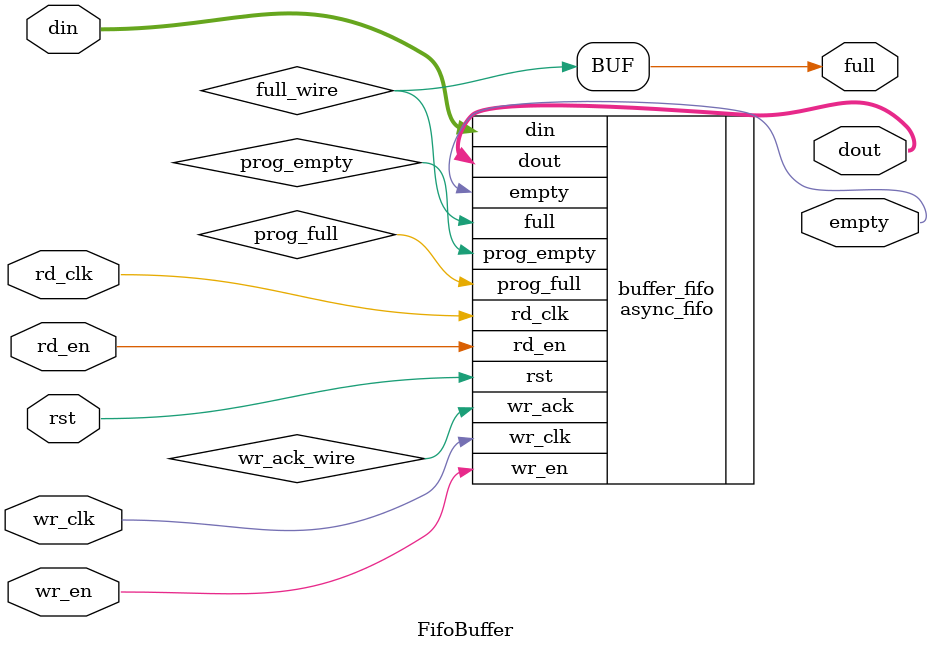
<source format=v>

`timescale 1ns / 1ps

module FifoBuffer(
	din,
	rd_clk,
	rd_en,
	rst,
	wr_clk,
	wr_en,
	dout,
	empty,
	full);


input [31 : 0] din;
input rd_clk;
input rd_en;
input rst;
input wr_clk;
input wr_en;
output [31 : 0] dout;
output empty;
output full;
	  
wire full_wire, wr_ack_wire, prog_empty, prog_full; 
  
async_fifo buffer_fifo (
                           .din(din), 
                           .rd_clk(rd_clk), 
                           .rd_en(rd_en), 
                           .rst(rst), 
                           .wr_clk(wr_clk), 
                           .wr_en(wr_en), 
                           .dout(dout), 
                           .full(full_wire), 
                           .wr_ack(wr_ack_wire), 
                           .empty(empty), 
                           .prog_empty(prog_empty),
                           .prog_full(prog_full) 
                           );
                           
    defparam buffer_fifo.FIFO_WIDTH = 32;
	defparam buffer_fifo.FIFO_DEPTH = 10;
	defparam buffer_fifo.DEVICE = "7SERIES" ;
 	defparam buffer_fifo.FIFO_RAM_TYPE = "BLOCKRAM";
 //	defparam buffer_fifo.OPTIMIZE = "POWER";

assign full = full_wire;
endmodule


</source>
